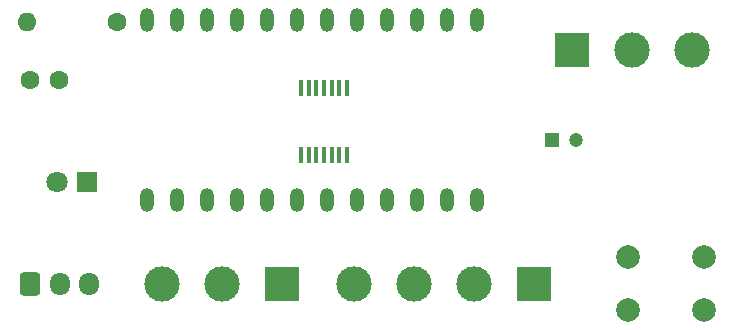
<source format=gbr>
%TF.GenerationSoftware,KiCad,Pcbnew,8.0.4*%
%TF.CreationDate,2024-08-22T00:59:55+02:00*%
%TF.ProjectId,feed-selector-v2,66656564-2d73-4656-9c65-63746f722d76,rev?*%
%TF.SameCoordinates,Original*%
%TF.FileFunction,Soldermask,Top*%
%TF.FilePolarity,Negative*%
%FSLAX46Y46*%
G04 Gerber Fmt 4.6, Leading zero omitted, Abs format (unit mm)*
G04 Created by KiCad (PCBNEW 8.0.4) date 2024-08-22 00:59:55*
%MOMM*%
%LPD*%
G01*
G04 APERTURE LIST*
G04 Aperture macros list*
%AMRoundRect*
0 Rectangle with rounded corners*
0 $1 Rounding radius*
0 $2 $3 $4 $5 $6 $7 $8 $9 X,Y pos of 4 corners*
0 Add a 4 corners polygon primitive as box body*
4,1,4,$2,$3,$4,$5,$6,$7,$8,$9,$2,$3,0*
0 Add four circle primitives for the rounded corners*
1,1,$1+$1,$2,$3*
1,1,$1+$1,$4,$5*
1,1,$1+$1,$6,$7*
1,1,$1+$1,$8,$9*
0 Add four rect primitives between the rounded corners*
20,1,$1+$1,$2,$3,$4,$5,0*
20,1,$1+$1,$4,$5,$6,$7,0*
20,1,$1+$1,$6,$7,$8,$9,0*
20,1,$1+$1,$8,$9,$2,$3,0*%
G04 Aperture macros list end*
%ADD10O,1.200000X2.000000*%
%ADD11R,1.200000X1.200000*%
%ADD12C,1.200000*%
%ADD13C,1.600000*%
%ADD14O,1.600000X1.600000*%
%ADD15R,3.000000X3.000000*%
%ADD16C,3.000000*%
%ADD17C,2.000000*%
%ADD18R,1.800000X1.800000*%
%ADD19C,1.800000*%
%ADD20RoundRect,0.250000X-0.600000X-0.725000X0.600000X-0.725000X0.600000X0.725000X-0.600000X0.725000X0*%
%ADD21O,1.700000X1.950000*%
%ADD22R,0.355600X1.473200*%
G04 APERTURE END LIST*
D10*
%TO.C,PRO_MINI1*%
X41910000Y-59436000D03*
X44450000Y-59436000D03*
X46990000Y-59436000D03*
X49530000Y-59436000D03*
X52070000Y-59436000D03*
X54610000Y-59436000D03*
X57150000Y-59436000D03*
X59690000Y-59436000D03*
X62230000Y-59436000D03*
X64770000Y-59436000D03*
X67310000Y-59436000D03*
X69850000Y-59436000D03*
X69850000Y-44196000D03*
X67310000Y-44196000D03*
X64770000Y-44196000D03*
X62230000Y-44196000D03*
X59690000Y-44196000D03*
X57150000Y-44196000D03*
X54610000Y-44196000D03*
X52070000Y-44196000D03*
X49530000Y-44196000D03*
X46990000Y-44196000D03*
X44450000Y-44196000D03*
X41910000Y-44196000D03*
%TD*%
D11*
%TO.C,C1*%
X76200000Y-54356000D03*
D12*
X78200000Y-54356000D03*
%TD*%
D13*
%TO.C,R1*%
X39370000Y-44414000D03*
D14*
X31750000Y-44414000D03*
%TD*%
D15*
%TO.C,J1*%
X74676000Y-66548000D03*
D16*
X69596000Y-66548000D03*
X64516000Y-66548000D03*
X59436000Y-66548000D03*
%TD*%
D15*
%TO.C,J3*%
X53340000Y-66548000D03*
D16*
X48260000Y-66548000D03*
X43180000Y-66548000D03*
%TD*%
D17*
%TO.C,SW1*%
X89102000Y-68798000D03*
X82602000Y-68798000D03*
X89102000Y-64298000D03*
X82602000Y-64298000D03*
%TD*%
D15*
%TO.C,J2*%
X77920000Y-46736000D03*
D16*
X83000000Y-46736000D03*
X88080000Y-46736000D03*
%TD*%
D18*
%TO.C,D1*%
X36835000Y-57912000D03*
D19*
X34295000Y-57912000D03*
%TD*%
D20*
%TO.C,J4*%
X32044000Y-66531000D03*
D21*
X34544000Y-66531000D03*
X37044000Y-66531000D03*
%TD*%
D13*
%TO.C,C3*%
X32004000Y-49276000D03*
X34504000Y-49276000D03*
%TD*%
D22*
%TO.C,U1*%
X58846001Y-50012600D03*
X58196000Y-50012600D03*
X57545999Y-50012600D03*
X56896000Y-50012600D03*
X56246001Y-50012600D03*
X55596000Y-50012600D03*
X54946001Y-50012600D03*
X54945999Y-55651400D03*
X55596000Y-55651400D03*
X56245999Y-55651400D03*
X56896000Y-55651400D03*
X57545999Y-55651400D03*
X58196000Y-55651400D03*
X58845999Y-55651400D03*
%TD*%
M02*

</source>
